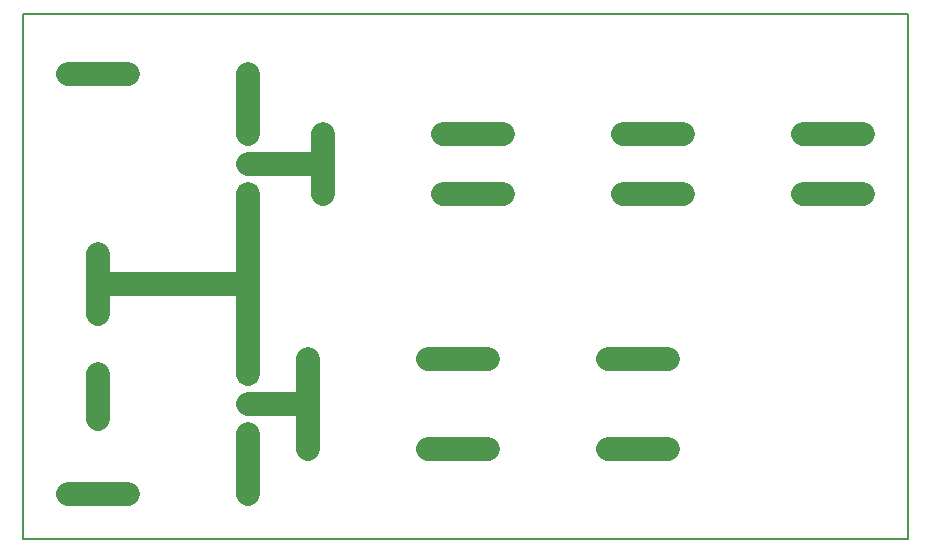
<source format=gbr>
G04 #@! TF.GenerationSoftware,KiCad,Pcbnew,(5.0.0)*
G04 #@! TF.CreationDate,2019-02-27T14:07:20-03:00*
G04 #@! TF.ProjectId,control_led,636F6E74726F6C5F6C65642E6B696361,rev?*
G04 #@! TF.SameCoordinates,Original*
G04 #@! TF.FileFunction,Copper,L2,Bot,Signal*
G04 #@! TF.FilePolarity,Positive*
%FSLAX46Y46*%
G04 Gerber Fmt 4.6, Leading zero omitted, Abs format (unit mm)*
G04 Created by KiCad (PCBNEW (5.0.0)) date 02/27/19 14:07:20*
%MOMM*%
%LPD*%
G01*
G04 APERTURE LIST*
G04 #@! TA.AperFunction,NonConductor*
%ADD10C,0.150000*%
G04 #@! TD*
G04 #@! TA.AperFunction,ComponentPad*
%ADD11R,0.850000X0.850000*%
G04 #@! TD*
G04 #@! TA.AperFunction,ComponentPad*
%ADD12O,1.600000X1.600000*%
G04 #@! TD*
G04 #@! TA.AperFunction,ComponentPad*
%ADD13C,1.600000*%
G04 #@! TD*
G04 #@! TA.AperFunction,ComponentPad*
%ADD14C,1.500000*%
G04 #@! TD*
G04 #@! TA.AperFunction,ComponentPad*
%ADD15R,1.500000X1.500000*%
G04 #@! TD*
G04 #@! TA.AperFunction,Conductor*
%ADD16C,2.000000*%
G04 #@! TD*
G04 APERTURE END LIST*
D10*
X187960000Y-73660000D02*
X113030000Y-73660000D01*
X187960000Y-118110000D02*
X187960000Y-73660000D01*
X113030000Y-118110000D02*
X187960000Y-118110000D01*
X113030000Y-118110000D02*
X113030000Y-73660000D01*
D11*
G04 #@! TO.P,J1,1*
G04 #@! TO.N,Net-(J1-Pad1)*
X119380000Y-93980000D03*
G04 #@! TD*
G04 #@! TO.P,J2,1*
G04 #@! TO.N,Net-(J2-Pad1)*
X116840000Y-114300000D03*
G04 #@! TD*
D12*
G04 #@! TO.P,R1,2*
G04 #@! TO.N,Net-(J2-Pad1)*
X121920000Y-114300000D03*
D13*
G04 #@! TO.P,R1,1*
G04 #@! TO.N,Net-(Q1-Pad3)*
X132080000Y-114300000D03*
G04 #@! TD*
G04 #@! TO.P,R2,1*
G04 #@! TO.N,Net-(R2-Pad1)*
X147320000Y-110490000D03*
D12*
G04 #@! TO.P,R2,2*
G04 #@! TO.N,Net-(Q1-Pad2)*
X137160000Y-110490000D03*
G04 #@! TD*
D14*
G04 #@! TO.P,Q1,2*
G04 #@! TO.N,Net-(Q1-Pad2)*
X132080000Y-106680000D03*
G04 #@! TO.P,Q1,3*
G04 #@! TO.N,Net-(Q1-Pad3)*
X132080000Y-109220000D03*
D15*
G04 #@! TO.P,Q1,1*
G04 #@! TO.N,Net-(J1-Pad1)*
X132080000Y-104140000D03*
G04 #@! TD*
D11*
G04 #@! TO.P,J7,1*
G04 #@! TO.N,Net-(J7-Pad1)*
X116840000Y-78740000D03*
G04 #@! TD*
G04 #@! TO.P,J8,1*
G04 #@! TO.N,Net-(J8-Pad1)*
X167640000Y-102870000D03*
G04 #@! TD*
G04 #@! TO.P,J9,1*
G04 #@! TO.N,Net-(J9-Pad1)*
X184150000Y-83820000D03*
G04 #@! TD*
G04 #@! TO.P,J10,1*
G04 #@! TO.N,Net-(J10-Pad1)*
X184150000Y-88900000D03*
G04 #@! TD*
D14*
G04 #@! TO.P,Q2,2*
G04 #@! TO.N,Net-(Q2-Pad2)*
X132080000Y-86360000D03*
G04 #@! TO.P,Q2,3*
G04 #@! TO.N,Net-(Q2-Pad3)*
X132080000Y-83820000D03*
D15*
G04 #@! TO.P,Q2,1*
G04 #@! TO.N,Net-(J1-Pad1)*
X132080000Y-88900000D03*
G04 #@! TD*
D12*
G04 #@! TO.P,R3,2*
G04 #@! TO.N,Net-(Q2-Pad3)*
X132080000Y-78740000D03*
D13*
G04 #@! TO.P,R3,1*
G04 #@! TO.N,Net-(J7-Pad1)*
X121920000Y-78740000D03*
G04 #@! TD*
D12*
G04 #@! TO.P,R4,2*
G04 #@! TO.N,Net-(Q2-Pad2)*
X138430000Y-83820000D03*
D13*
G04 #@! TO.P,R4,1*
G04 #@! TO.N,Net-(R4-Pad1)*
X148590000Y-83820000D03*
G04 #@! TD*
D12*
G04 #@! TO.P,R5,2*
G04 #@! TO.N,Net-(Q2-Pad2)*
X138430000Y-88900000D03*
D13*
G04 #@! TO.P,R5,1*
G04 #@! TO.N,Net-(R5-Pad1)*
X148590000Y-88900000D03*
G04 #@! TD*
D12*
G04 #@! TO.P,R6,2*
G04 #@! TO.N,Net-(Q1-Pad2)*
X137160000Y-102870000D03*
D13*
G04 #@! TO.P,R6,1*
G04 #@! TO.N,Net-(R10-Pad2)*
X147320000Y-102870000D03*
G04 #@! TD*
G04 #@! TO.P,R7,1*
G04 #@! TO.N,Net-(R11-Pad2)*
X163830000Y-83820000D03*
D12*
G04 #@! TO.P,R7,2*
G04 #@! TO.N,Net-(R4-Pad1)*
X153670000Y-83820000D03*
G04 #@! TD*
D13*
G04 #@! TO.P,R8,1*
G04 #@! TO.N,Net-(R12-Pad2)*
X163830000Y-88900000D03*
D12*
G04 #@! TO.P,R8,2*
G04 #@! TO.N,Net-(R5-Pad1)*
X153670000Y-88900000D03*
G04 #@! TD*
G04 #@! TO.P,R9,2*
G04 #@! TO.N,Net-(R2-Pad1)*
X152400000Y-110490000D03*
D13*
G04 #@! TO.P,R9,1*
G04 #@! TO.N,Net-(J4-Pad1)*
X162560000Y-110490000D03*
G04 #@! TD*
G04 #@! TO.P,R10,1*
G04 #@! TO.N,Net-(J8-Pad1)*
X162560000Y-102870000D03*
D12*
G04 #@! TO.P,R10,2*
G04 #@! TO.N,Net-(R10-Pad2)*
X152400000Y-102870000D03*
G04 #@! TD*
D13*
G04 #@! TO.P,R11,1*
G04 #@! TO.N,Net-(J9-Pad1)*
X179070000Y-83820000D03*
D12*
G04 #@! TO.P,R11,2*
G04 #@! TO.N,Net-(R11-Pad2)*
X168910000Y-83820000D03*
G04 #@! TD*
D13*
G04 #@! TO.P,R12,1*
G04 #@! TO.N,Net-(J10-Pad1)*
X179070000Y-88900000D03*
D12*
G04 #@! TO.P,R12,2*
G04 #@! TO.N,Net-(R12-Pad2)*
X168910000Y-88900000D03*
G04 #@! TD*
D11*
G04 #@! TO.P,J3,1*
G04 #@! TO.N,Net-(J1-Pad1)*
X119380000Y-99060000D03*
G04 #@! TD*
G04 #@! TO.P,J5,1*
G04 #@! TO.N,Net-(J5-Pad1)*
X119380000Y-104140000D03*
G04 #@! TD*
G04 #@! TO.P,J6,1*
G04 #@! TO.N,Net-(J5-Pad1)*
X119380000Y-107950000D03*
G04 #@! TD*
G04 #@! TO.P,J4,1*
G04 #@! TO.N,Net-(J4-Pad1)*
X167640000Y-110490000D03*
G04 #@! TD*
D16*
G04 #@! TO.N,Net-(J1-Pad1)*
X119380000Y-96520000D02*
X132080000Y-96520000D01*
X132080000Y-96520000D02*
X132080000Y-104140000D01*
X132080000Y-88900000D02*
X132080000Y-96520000D01*
X119380000Y-96520000D02*
X119380000Y-99060000D01*
X119380000Y-93980000D02*
X119380000Y-96520000D01*
G04 #@! TO.N,Net-(J2-Pad1)*
X116840000Y-114300000D02*
X121920000Y-114300000D01*
G04 #@! TO.N,Net-(J4-Pad1)*
X162560000Y-110490000D02*
X167640000Y-110490000D01*
G04 #@! TO.N,Net-(Q1-Pad2)*
X132080000Y-106680000D02*
X137160000Y-106680000D01*
X137160000Y-102870000D02*
X137160000Y-106680000D01*
X137160000Y-106680000D02*
X137160000Y-110490000D01*
G04 #@! TO.N,Net-(Q1-Pad3)*
X132080000Y-109220000D02*
X132080000Y-114300000D01*
G04 #@! TO.N,Net-(J7-Pad1)*
X116840000Y-78740000D02*
X121920000Y-78740000D01*
G04 #@! TO.N,Net-(J8-Pad1)*
X162560000Y-102870000D02*
X167640000Y-102870000D01*
G04 #@! TO.N,Net-(J9-Pad1)*
X179070000Y-83820000D02*
X184150000Y-83820000D01*
G04 #@! TO.N,Net-(J10-Pad1)*
X179070000Y-88900000D02*
X184150000Y-88900000D01*
G04 #@! TO.N,Net-(Q2-Pad2)*
X132080000Y-86360000D02*
X138430000Y-86360000D01*
X138430000Y-83820000D02*
X138430000Y-86360000D01*
X138430000Y-86360000D02*
X138430000Y-88900000D01*
G04 #@! TO.N,Net-(Q2-Pad3)*
X132080000Y-78740000D02*
X132080000Y-83820000D01*
G04 #@! TO.N,Net-(R2-Pad1)*
X147320000Y-110490000D02*
X152400000Y-110490000D01*
G04 #@! TO.N,Net-(R4-Pad1)*
X148590000Y-83820000D02*
X153670000Y-83820000D01*
G04 #@! TO.N,Net-(R5-Pad1)*
X148590000Y-88900000D02*
X153670000Y-88900000D01*
G04 #@! TO.N,Net-(R10-Pad2)*
X147320000Y-102870000D02*
X152400000Y-102870000D01*
G04 #@! TO.N,Net-(R11-Pad2)*
X163830000Y-83820000D02*
X168910000Y-83820000D01*
G04 #@! TO.N,Net-(R12-Pad2)*
X163830000Y-88900000D02*
X168910000Y-88900000D01*
G04 #@! TO.N,Net-(J5-Pad1)*
X119380000Y-104140000D02*
X119380000Y-107950000D01*
G04 #@! TD*
M02*

</source>
